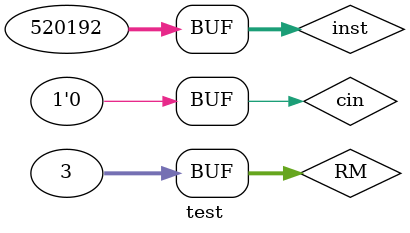
<source format=v>
module LetsGo;

////////// Instructions 
// E5 C1 20 E4 - 32'b1110_010_11100_0001_0010_000011100100; //estado 8 STRB R2,[R1,#+?] --> 11 in 241
// E0 86 40 E4 - 32'b1110_000_0100_0_0110_0100_00001110_0100; //estado 5 - ADD R4,R6,R4,ROR #?
// E2 8F 10 09 - 32'b<bits for instruction>; //estado 7 - ADD R1, R15, #0d9 //temp --> R1 = 13
// E2 8F 20 03 - 32'b<bits for instruction>; //estado 7 - ADD R2, R15, #d3 //temp --> R2 = 11
// E7 C6 40 04 - 32'b1110_011_11100_0110_0100_000000000100;// estado 16 STRB register offset ADD
// EA C6 40 E4 - 32'b1110_101_01100_0110_0100_000011100100; // estado 64 Branch instruction
//////////
// 32'b1110_001_0100_0_1111_0001_0000_00001001 //instruccion estado 7 ADD R1, R15, #0d9 E2801009
//32'b1110_001_0100_0_1111_0010_0000_00000011 // instruction estado 7 ADD R2, R15, #d3  E2802003

/////// BEGIN VARIABLES AND OBJECTS
reg Clk, reset;

parameter number15 = 4'b1111;
parameter noValue_4 = 4'b0000;
parameter noValue_1 = 1'b0;
parameter noValue_32 = 32'b0;

//wires de Control Unit
wire MF, FRld, RFld, IRld, MARld, MDRld, R_W, MOV, MD, ME;
wire [1:0] MA, MB, MC, sizeOP;
wire [4:0] OP4OP0;
wire [9:0] current_state;
wire [31:0] IRBus;
wire MOC, Cond;
// reg Cond, MOC; //registers to simulate the signals
// reg [1:0] OpCode;

//wires de Register File y ALU
wire [3:0] ALU_flags; // 3-Carry, 2-Zero, 1-Negative, 0-Vflow
wire [31:0] AluB;
wire [31:0] PA;
wire [31:0] PB;
wire [31:0] aluOut;
wire [3:0] A;
// wire [3:0] B = IRBus[3:0];
wire [3:0] C;
wire [4:0] OP; //muxD output
reg Cin; //wire Cin; --> for when we figure out Cin

//wires del Shifter Sign Extender
wire [31:0] saseOut;

//wire del Flag Register
wire [3:0] FROut;

//wires del RAM 
wire [31:0] Address;
wire [31:0] DataOut;
// wire [31:0] DataIn; --> got replaced with mdrOut


//MDR, MuxE, MuxF
wire [31:0] mdrOut;
wire [31:0] muxEOut;
wire [3:0] muxFOut;

integer fi, code, i; reg [7:0] data; reg [31:0] Adr, EfAdr; //variables to handle file info


ControlUnit CU(MF, FRld, RFld, IRld, MARld, MDRld, R_W, MOV, MA, MB, MC, sizeOP, MD, ME, OP4OP0, current_state, IRBus, Cond, MOC, reset, Clk);
RegisterFile RF(PA, PB, aluOut, A, muxFOut, C, Clk, RFld);
alu_32 ALU(aluOut, ALU_flags[3], ALU_flags[2], ALU_flags[1], ALU_flags[0], PA, AluB, OP[4:0], Cin);
ram512x8 RAM(DataOut, MOC, MOV, R_W, Address, mdrOut, sizeOP);
ConditionTester condition_tester(Cond, FROut[3], FROut[2], FROut[1], FROut[0], IRBus[31:28]); //use this one cuando vayas a usar FR
// ConditionTester condition_tester(Cond, ALU_flags[3], ALU_flags[2], ALU_flags[1], ALU_flags[0], IRBus[31:28]); 
shift_sign_extender SASExtender(saseOut, ALU_flags[3], IRBus, PB, FROut[3]);

Multiplexer4x2_4 MuxA(A,IRBus[19:16],IRBus[15:12],number15,noValue_4, MA);
Multiplexer4x2_32 MuxB(AluB, PB, saseOut, mdrOut, noValue_32, MB );
Multiplexer4x2_4 MuxC(C,IRBus[19:16],IRBus[15:12],number15,noValue_4, MC);
Multiplexer2x1_5 MuxD(OP,{1'b0, IRBus[24:21]}, OP4OP0, MD);
Multiplexer2x1_32 MuxE(muxEOut, DataOut, aluOut, ME);
Multiplexer2x1_4 MuxF(muxFOut,IRBus[3:0],IRBus[19:16], MF);

MAR Mar(Address, aluOut, MARld, Clk);
MDR Mdr(mdrOut, muxEOut, MDRld, Clk);
FlagRegister FR(FROut, ALU_flags, FRld, Clk); 
InstructionRegister IR(IRBus, DataOut, IRld, Clk);
/////// END

/////// BEGIN INITIALS

initial begin //initial to precharge memory with the file
    $display("----- Initiating Precharge -----");
    fi = $fopen("PF1_Vega_Rodriguez_Jorge_ramdata.txt","r");
    // Adr = 9'b000000000;
    Adr = 0;
    // OpCode = 2'b10;
    while (!$feof(fi)) begin
        code = $fscanf(fi, "%x", data);
        RAM.Mem[Adr] = data;
        Adr = Adr + 1;
    end
    $fclose(fi);
    $display("----- Finished Precharge ----- time:%0d", $time);
end

initial begin //initial to read content of memory after precharging
#1
    $display("----- Memory contents after precharging ----- time:%0d", $time);                       
    Adr = 7'b0000000;
    repeat (16) begin
        #1;
        $display("__RAM_Precharge: data in address %d = %x, time: %0d", Adr, RAM.Mem[Adr], $time);
        #1;
        Adr = Adr + 1;
        #1;
    end                                     
    $display("----- END PRECHARGE INFO ----- time:%0d", $time);                                               
end 

initial begin
#50 //so that clock starts when precharge tasks are done 
  Clk <= 1'b0;
  repeat(50) #5 Clk = ~Clk;
end

initial begin
#50 //so that reset starts when precharge tasks are done 
  reset = 1'b1;
#5 reset = ~reset;
end

initial begin //for signal simulations
Cin <= 0;
// Cond <= 1; //making it 0 so that it loops back to 1
// MOC <= 1; 
end

initial begin //BEGIN PRINT
#50 //delay to wait for precharge things
$display("\n~~~~~~~~Initiating ALURFCU simulation~~~~~~~~\n");
// $monitor("%h    %b  %b  %b  %b  %b  %b  %b  %b  %b  %b  %b  %b  %b  %b  %b  %b  %b",IR,aluOut,OP,current_state,FRld, RFld, IRld, MARld, MDRld, R_W, MOV, MD, ME, MA, MB, MC,Clk,reset, $time); 
    $monitor("IR:%x, Dout:%x, alu:%x, sizeOP:%b, State:%0d, RFld:%b, MA:%b, MB:%b, MC:%b, MD:%b, ME:%b, OP:%b, IRld:%b, MARld:%b, MDRld:%b, RW:%b, MOV:%b, MOC:%b, Cond:%b, Clk:%b, rst:%b, t:%0d", IRBus, DataOut, aluOut, sizeOP, current_state, RFld, MA, MB, MC, MD, ME, OP4OP0, IRld, MARld, MDRld, R_W, MOV, MOC, Cond, Clk, reset, $time);
end

initial begin //initial test instructions
#551
    Adr = 7'b0000000; //Address of instruction being tested 
    EfAdr = 13 + 228;
    $display("----- Memory contents after running: %h ----- time:%0d",{RAM.Mem[Adr], RAM.Mem[Adr+1], RAM.Mem[Adr+2], RAM.Mem[Adr+3]}, $time);                       

    repeat (4) begin //each address is a byte, so this tells amount of bytes to show 
        #1;
        $display("__RAM_After_Testing: data in address %0d = %x, time: %0d", EfAdr, RAM.Mem[EfAdr], $time);
        #1;
        EfAdr = EfAdr + 1;
        #1;
    end                                     
    $display("----- END TESTING REPORT ----- time:%0d", $time);                                               
end

/////// END INITIALS
endmodule

/////////////// BEGIN CONTROL UNIT
module ControlUnit(output reg MF, FRld, RFld, IRld, MARld, MDRld, R_W , MOV, output reg [1:0] MA, MB, MC, sizeOP, output reg MD, ME, output reg [4:0] OP4OP0, output reg [9:0] current_state, input [31:0] IR, input Cond, MOC, reset, clk);

wire [9:0] mux7Out;
wire mux1Out;
wire [9:0] AdderOut;
wire [9:0] EncoderOut;
wire [38:0] CRin;
wire [38:0] CRout;
wire invOut;
wire [9:0] incrementedState;
wire [1:0] M;
wire noValue = 0;
wire [9:0] val1 = 1;
wire [9:0] new_state, curr_state;

always @ (*) begin
    // Cin <= CRout[?];
    MF <= CRout[38];
    FRld <= CRout[37];
    RFld <= CRout[36];
    IRld <= CRout[35];
    MARld <= CRout[34];
    MDRld <= CRout[33];
    R_W <= CRout[32];
    MOV <= CRout[31];
    MA <= CRout[30:29];
    MB <= CRout[28:27];
    MC <= CRout[26:25];
    MD <= CRout[24];
    ME <= CRout[23];
    OP4OP0 <= CRout[22:18];
    sizeOP <= CRout[17:16];
    current_state <= curr_state;
end
// moore        size n2n1n0 inv  s1s0   CR
//             17:16  15:13  12  11:10  9-0
Multiplexer7_4x2 mux7_4x2 (mux7Out, EncoderOut, val1, CRout[9:0], incrementedState, M, reset); 
Adder adder (AdderOut, mux7Out);
Microstore microstore (CRin, new_state, reset, mux7Out);
ControlRegister control_register (CRout, curr_state, clk, CRin, new_state);
NextStateAddressSelector nsas (M, invOut, CRout[15:13]);
Inverter inv (invOut, mux1Out, CRout[12]);
IncrementerRegister incr_reg (incrementedState, AdderOut, clk);
Multiplexer1_4x2 mux1_4x2 (mux1Out, MOC, Cond, noValue, noValue, CRout[11:10]); //aqui MOC tiene que ir en 0 y Cond en 1//CRout?
Encoder encoder (EncoderOut, IR);

endmodule

module Inverter(output reg out, input in, inv);
    
    always @(in, inv)
        out = inv ? !in: in;
        
endmodule

// multiplexer4x2
module Multiplexer7_4x2(output reg [9:0] out, input [9:0] I0, I1, I2, I3, input [1:0] S, input reset);

    always @ (*) begin
        if(reset) 
        begin
            out <= 0;
            // $display("~~~ mux is outputting 0 because of reset ~~~");
        end
        else begin
        case(S)
            2'h0: out <= I0;
            2'h1: out <= I1;
            2'h2: out <= I2;
            2'h3: out <= I3;
        endcase
        // $display("__Mux7 - out:%d,  enc:%d, same:%d, cr:%d, inc:%d, S:%b,       t:%0d", out,I0,I1,I2,I3,S,$time); 
        end
    end
    
endmodule 

module Multiplexer1_4x2(output reg out, input I0, I1, I2, I3, input [1:0] S);
    always @ (*)
    begin
        case(S)
            2'h0: out <= I0;
            2'h1: out <= I1;
            2'h2: out <= I2;
            2'h3: out <= I3;
        endcase
        end
endmodule 

module NextStateAddressSelector(output reg [1:0] M, input Sts, input [2:0] N);
    always @ (Sts, N) begin
        case(N)
            3'o0: M <= 2'b00; //Encoder
            3'o1: M <= 2'b01; // Mux7output
            3'o2: M <= 2'b10; //Control Register
            3'o3: M <= 2'b11; // Incrementer
            3'o4: begin 
                    M[1] <= ~Sts;
                    M[0] <= 1'b0;
                  end
            3'o5: begin 
                    M[1] <= 1'b1;
                    M[0] <= ~Sts;
                  end
            3'o6: begin 
                    M[1] <= ~Sts;
                    M[0] <= ~Sts;
                  end
            3'o7: begin 
                    M[1] <= ~Sts;
                    M[0] <= Sts;
                  end
        endcase

        // $display("__NSAS - out:%b, Ns:%b, Sts:%b                                     t:%0d", M, N, Sts, $time); 
        end
endmodule

module IncrementerRegister(output reg [9:0] Q, input [9:0] D, input  Clk);
always @(posedge Clk)
    Q <= D;
endmodule

module Adder(output reg [9:0] out, input [9:0] in);
always @(in)
    out <= in + 1'b1;
// $display("__Adder input: %d, Adder output: %d", in, out); ---
endmodule

module Encoder(output reg [9:0] Out, input [31:0] Instruction);
always @(Instruction) begin
case(Instruction[27:25])
    3'b001: begin
            case(Instruction[24:21])
            //case de opcode de la instruccion
            4'b0100: Out = 10'b0000000111;
            endcase
            end
    3'b000: begin
            //case de opcode de la instruccion
            case(Instruction[24:21])
                4'b0100: begin 
                        if(Instruction[4] == 1'b0)
                                begin
                                case(Instruction[6:5]) 
                                    // logical shift left
                                2'b00:  Out = 10'b0000000101;
                                endcase
                                end
                        else if(Instruction[11:5]== 7'b0000000)
                             Out = 10'b0000000110;
                        end
            endcase
            
            end
    3'b010: begin
            case(Instruction[24:20])
                //strb immed
                5'b11100:   Out = 10'b0000001000;
                5'b10100:   Out = 10'b0000001100;
                5'b11110:   Out = 10'b0000011000;
                5'b10110:   Out = 10'b0000011101;
                5'b01100:   Out = 10'b0000101100;
                5'b00100:   Out = 10'b0000110001;
                //str immed
                5'b11000:   Out = 10'b0001000001;
                5'b10000:   Out = 10'b0001000101;
                5'b11010:   Out = 10'b0001010001;
                5'b10010:   Out = 10'b0001010110;
                5'b01000:   Out = 10'b0001100101;
                5'b00000:   Out = 10'b0001101010;
            endcase
            end
    3'b011: begin
            if(Instruction[11:4]== 8'b00000000)
                begin
                case(Instruction[24:20])
                    //strb register
                    5'b11100:   Out = 10'b0000010000;
                    5'b10100:   Out = 10'b0000010100; 
                    5'b11110:   Out = 10'b0000100010;
                    5'b10110:   Out = 10'b0000100010;
                    5'b01100:   Out = 10'b0000110110;
                    5'b00100:   Out = 10'b0000111011;
                    //str register
                    5'b11000:   Out = 10'b0001001001;
                    5'b10000:   Out = 10'b0001001101;
                    5'b11010:   Out = 10'b0001011011;
                    5'b10010:   Out = 10'b0001100000;
                    5'b01000:   Out = 10'b0001101111;
                    5'b00000:   Out = 10'b0001110100;
                endcase
                end
            end
    3'b101: Out = 10'b0001000000;

    default:    Out = 10'b0000000001;
endcase
end
endmodule

module Microstore (output reg [38:0] out, output reg [9:0] current_state, input reset, input [9:0] next_state);
    //n2n1n0 inv s1s0 moore cr(6)
        parameter[0:39 * 345 - 1] CR_states = { //cambiar aqui 65 por el numero de estados que hay 
        39'b001000000011101001101000110000000000000, //0
        39'b000010001000001010000000110000000000000, //1
        39'b001000111000101010001100110000000000000, //2
        39'b000100110000000000000001011000000000011, //3
        39'b000000000000000000000001000010000000001, //4
        39'b001000000001000000000000100000000000001, //5
        39'b001000000000000000000000100000000000001, //6
        39'b001000000001010000100100100000000000001, //7
        39'b000010000001001000100000110000000000000, //8
        39'b000001000100001110000000110000000000000, //9
        39'b000000010000000000000000110000000000000, //10
        39'b000000010000000000000001110000000001011, //11
        39'b000010000001001000010000110000000000000, //12
        39'b000001000100001110000000110000000000000, //13
        39'b000000010000000000000000110000000000000, //14
        39'b000000010000000000000001110000000001011, //15
        39'b000010000000001000100000110000000000000, //16
        39'b000001010100001110000000110000000000000, //17
        39'b000000010000000000000000110000000000000, //18
        39'b000000010000000000000001110000000010011, //19
        39'b000010000000001000010000110000000000000, //20
        39'b000001010100001110000000110000000000000, //21
        39'b000000010000000000000000110000000000000, //22
        39'b000000010000000000000001110000000010111, //23
        39'b001000000001001000100000110000000000000, //24
        39'b000010000000001010000000110000000000000, //25
        39'b000001000100001110000000110000000000000, //26
        39'b000000010000000000000000110000000000000, //27
        39'b000000010000000000000001110000000011100, //28
        39'b001000000001001000010000110000000000000, //29
        39'b000010000000001010000000110000000000000, //30
        39'b000001000100001110000000110000000000000, //31
        39'b000000010000000000000000110000000000000, //32
        39'b000000010000000000000001110000000100001, //33
        39'b001000000000001000100000110000000000000, //34
        39'b000010000000001010000000110000000000000, //35
        39'b000001000100001110000000110000000000000, //36
        39'b000000010000000000000000110000000000000, //37
        39'b000000010000000000000001110000000100110, //38
        39'b001000000000001000010000110000000000000, //39
        39'b000010000000001010000000110000000000000, //40
        39'b000001000100001110000000110000000000000, //41
        39'b000000010000000000000000110000000000000, //42
        39'b000000010000000000000001110000000101011, //43
        39'b000010000000001010000000110000000000000, //44
        39'b001000000001001000100000110000000000000, //45
        39'b000001000100001110000000110000000000000, //46
        39'b000000010000000000000000110000000000000, //47
        39'b000000010000000000000001110000000110000, //48
        39'b000010000000001010000000110000000000000, //49
        39'b001000000001001000010000110000000000000, //50
        39'b000001000100001110000000110000000000000, //51
        39'b000000010000000000000000110000000000000, //52
        39'b000000010000000000000001110000000110101, //53
        39'b000010000000001010000000110000000000000, //54
        39'b001000000000001000100000110000000000000, //55
        39'b000001000100001110000000110000000000000, //56
        39'b000000010000000000000000110000000000000, //57
        39'b000000010000000000000001110000000111010, //58
        39'b000010000000001010000000110000000000000, //59
        39'b001000000000001000010000110000000000000, //60
        39'b000001000100001110000000110000000000000, //61
        39'b000000010000000000000000110000000000000, //62
        39'b000000010000000000000001110000000111111, //63
        39'b001000001001101010010000100000000000001, //64
        39'b000010000001001000100100110000000000000, //65
        39'b000001010100001110000100110000000000000, //66
        39'b000000010000000000000100110000000000000, //67
        39'b000000010000000000000101110000001000100, //68
        39'b000010000001001000010100110000000000000, //69
        39'b000001010100001110000100110000000000000, //70
        39'b000000010000000000000100110000000000000, //71
        39'b000000010000000000000101110000001001000, //72
        39'b000010000000001000100100110000000000000, //73
        39'b000001010100001110000100110000000000000, //74
        39'b000000010000000000000100110000000000000, //75
        39'b000000010000000000000101110000001001100, //76
        39'b000010000000001000010100110000000000000, //77
        39'b000001010100001110000100110000000000000, //78
        39'b000000010000000000000100110000000000000, //79
        39'b000000010000000000000101110000001010000, //80
        39'b001000000001001000100100110000000000000, //81
        39'b000010000000001010000100110000000000000, //82
        39'b000001000100001110000100110000000000000, //83
        39'b000000010000000000000100110000000000000, //84
        39'b000000010000000000000101110000001010101, //85
        39'b001000000001001000010100110000000000000, //86
        39'b000010000000001010000100110000000000000, //87
        39'b000001000100001110000100110000000000000, //88
        39'b000000010000000000000100110000000000000, //89
        39'b000000010000000000000101110000001011010, //90
        39'b001000000000001000100100110000000000000, //91
        39'b000010000000001010000100110000000000000, //92
        39'b000001000100001110000100110000000000000, //93
        39'b000000010000000000000100110000000000000, //94
        39'b000000010000000000000101110000001011111, //95
        39'b001000000000001000010100110000000000000, //96
        39'b000010000000001010000100110000000000000, //97
        39'b000001000100001110000100110000000000000, //98
        39'b000000010000000000000100110000000000000, //99
        39'b000000010000000000000101110000001100100, //100
        39'b000010000000001010000100110000000000000, //101
        39'b001000000001001000100100110000000000000, //102
        39'b000001000100001110000100110000000000000, //103
        39'b000000010000000000000100110000000000000, //104
        39'b000000010000000000000101110000001101001, //105
        39'b000010000000001010000100110000000000000, //106
        39'b001000000001001000010100110000000000000, //107
        39'b000001000100001110000100110000000000000, //108
        39'b000000010000000000000100110000000000000, //109
        39'b000000010000000000000101110000001101110, //110
        39'b000010000000001010000100110000000000000, //111
        39'b001000000000001000100100110000000000000, //112
        39'b000001000100001110000100110000000000000, //113
        39'b000000010000000000000100110000000000000, //114
        39'b000000010000000000000101110000001110011, //115
        39'b000010000000001010000100110000000000000, //116
        39'b001000000000001000010100110000000000000, //117
        39'b000001000100001110000100110000000000000, //118
        39'b000000010000000000000100110000000000000, //119
        39'b000000010000000000000101110000001111000, //120
        39'b000010000001001000100010110000000000000, //121
        39'b000001010100001110000010110000000000000, //122
        39'b000000010000000000000010110000000000000, //123
        39'b000000010000000000000011110000001111100, //124
        39'b000010000001001000010010110000000000000, //125
        39'b000001010100001110000010110000000000000, //126
        39'b000000010000000000000010110000000000000, //127
        39'b000000010000000000000011110000010000000, //128
        39'b000010000000001000100010110000000000000, //129
        39'b000001010100001110000010110000000000000, //130
        39'b000000010000000000000010110000000000000, //131
        39'b000000010000000000000011110000010000100, //132
        39'b000010000000001000010010110000000000000, //133
        39'b000001010100001110000010110000000000000, //134
        39'b000000010000000000000010110000000000000, //135
        39'b000000010000000000000011110000010001000, //136
        39'b001000000001001000100010110000000000000, //137
        39'b000010000000001010000010110000000000000, //138
        39'b000001000100001110000010110000000000000, //139
        39'b000000010000000000000010110000000000000, //140
        39'b000000010000000000000011110000010001101, //141
        39'b001000000001001000010010110000000000000, //142
        39'b000010000000001010000010110000000000000, //143
        39'b000001000100001110000010110000000000000, //144
        39'b000000010000000000000010110000000000000, //145
        39'b000000010000000000000011110000010010010, //146
        39'b001000000000001000100010110000000000000, //147
        39'b000010000000001010000010110000000000000, //148
        39'b000001000100001110000010110000000000000, //149
        39'b000000010000000000000010110000000000000, //150
        39'b000000010000000000000011110000010010111, //151
        39'b001000000000001000010010110000000000000, //152
        39'b000010000000001010000010110000000000000, //153
        39'b000001000100001110000010110000000000000, //154
        39'b000000010000000000000010110000000000000, //155
        39'b000000010000000000000011110000010011100, //156
        39'b000010000000001010000010110000000000000, //157
        39'b001000000001001000100010110000000000000, //158
        39'b000001000100001110000010110000000000000, //159
        39'b000000010000000000000010110000000000000, //160
        39'b000000010000000000000011110000010100001, //161
        39'b000010000000001010000010110000000000000, //162
        39'b001000000001001000010010110000000000000, //163
        39'b000001000100001110000010110000000000000, //164
        39'b000000010000000000000010110000000000000, //165
        39'b000000010000000000000011110000010100110, //166
        39'b000010000000001010000010110000000000000, //167
        39'b001000000000001000100010110000000000000, //168
        39'b000001000100001110000010110000000000000, //169
        39'b000000010000000000000010110000000000000, //170
        39'b000000010000000000000011110000010101011, //171
        39'b000010000000001010000010110000000000000, //172
        39'b001000000000001000010010110000000000000, //173
        39'b000001000100001110000010110000000000000, //174
        39'b000000010000000000000010110000000000000, //175
        39'b000000010000000000000011110000010110000, //176
        39'b000010000001001000100000110000000000000, //177
        39'b000000110000000000000000110000000000000, //178
        39'b000001110000000000000001011000010110011, //179
        39'b001000000010011001101000010000000000000, //180
        39'b000010000001001000010000110000000000000, //181
        39'b000000110000000000000000110000000000000, //182
        39'b000001110000000000000001011000010110111, //183
        39'b001000000010011001101000010000000000000, //184
        39'b000010000000001000100000110000000000000, //185
        39'b000000110000000000000000110000000000000, //186
        39'b000001110000000000000001011000010111011, //187
        39'b001000000010011001101000010000000000000, //188
        39'b000010000000001000010000110000000000000, //189
        39'b000000110000000000000000110000000000000, //190
        39'b000001110000000000000001011000010111111, //191
        39'b001000000010011001101000010000000000000, //192
        39'b001000000001001000100000110000000000000, //193
        39'b000010000000001010000000110000000000000, //194
        39'b000000110000000000000000110000000000000, //195
        39'b000001110000000000000001011000011000100, //196
        39'b001000000010011001101000010000000000000, //197
        39'b001000000001001000010000110000000000000, //198
        39'b000010000000001010000000110000000000000, //199
        39'b000000110000000000000000110000000000000, //200
        39'b000001110000000000000001011000011001001, //201
        39'b001000000010011001101000010000000000000, //202
        39'b001000000000001000100000110000000000000, //203
        39'b000010000000001010000000110000000000000, //204
        39'b000000110000000000000000110000000000000, //205
        39'b000001110000000000000001011000011001110, //206
        39'b001000000010011001101000010000000000000, //207
        39'b001000000000001000010000110000000000000, //208
        39'b000010000000001010000000110000000000000, //209
        39'b000000110000000000000000110000000000000, //210
        39'b000001110000000000000001011000011010011, //211
        39'b001000000010011001101000010000000000000, //212
        39'b000010000000001010000000110000000000000, //213
        39'b001000000001001000100000110000000000000, //214
        39'b000000110000000000000000110000000000000, //215
        39'b000001110000000000000001011000011011000, //216
        39'b001000000010011001101000010000000000000, //217
        39'b000010000000001010000000110000000000000, //218
        39'b001000000001001000010000110000000000000, //219
        39'b000000110000000000000000110000000000000, //220
        39'b000001110000000000000001011000011011101, //221
        39'b001000000010011001101000010000000000000, //222
        39'b000010000000001010000000110000000000000, //223
        39'b001000000000001000100000110000000000000, //224
        39'b000000110000000000000000110000000000000, //225
        39'b000001110000000000000001011000011100010, //226
        39'b001000000010011001101000010000000000000, //227
        39'b000010000000001010000000110000000000000, //228
        39'b001000000000001000010000110000000000000, //229
        39'b000000110000000000000000110000000000000, //230
        39'b000001110000000000000001011000011100111, //231
        39'b001000000010011001101000010000000000000, //232
        39'b000010000001001000100000110000000000000, //233
        39'b000000110000000000000000110000000000000, //234
        39'b000001110000000000000001011000011101011, //235
        39'b001000000010011001101000010000000000000, //236
        39'b000010000001001000010000110000000000000, //237
        39'b000000110000000000000010110000000000000, //238
        39'b000001110000000000000001011000011101111, //239
        39'b001000000010011001101000010000000000000, //240
        39'b000010000000001000100000110000000000000, //241
        39'b000000110000000000000010110000000000000, //242
        39'b000001110000000000000001011000011110011, //243
        39'b001000000010011001101000010000000000000, //244
        39'b000010000000001000010000110000000000000, //245
        39'b000000110000000000000000110000000000000, //246
        39'b000001110000000000000001011000011110111, //247
        39'b001000000010011001101000010000000000000, //248
        39'b001000000001001000100000110000000000000, //249
        39'b000010000000001010000000110000000000000, //250
        39'b000000110000000000000000110000000000000, //251
        39'b000001110000000000000001011000011111100, //252
        39'b001000000010011001101000010000000000000, //253
        39'b001000000001001000010000110000000000000, //254
        39'b000010000000001010000000110000000000000, //255
        39'b000000110000000000000000110000000000000, //256
        39'b000001110000000000000001011000100000001, //257
        39'b001000000010011001101000010000000000000, //258
        39'b001000000000001000100000110000000000000, //259
        39'b000010000000001010000000110000000000000, //260
        39'b000000110000000000000000110000000000000, //261
        39'b000001110000000000000001011000100000110, //262
        39'b001000000010011001101000010000000000000, //263
        39'b001000000000001000010000110000000000000, //264
        39'b000010000000001010000000110000000000000, //265
        39'b000000110000000000000000110000000000000, //266
        39'b000001110000000000000001011000100001011, //267
        39'b001000000010011001101000010000000000000, //268
        39'b000010000000001010000000110000000000000, //269
        39'b001000000001001000100000110000000000000, //270
        39'b000000110000000000000000110000000000000, //271
        39'b000001110000000000000001011000100010000, //272
        39'b001000000010011001101000010000000000000, //273
        39'b000010000000001010000000110000000000000, //274
        39'b001000000001001000010000110000000000000, //275
        39'b000000110000000000000000110000000000000, //276
        39'b000001110000000000000001011000100010101, //277
        39'b001000000010011001101000010000000000000, //278
        39'b000010000000001010000000110000000000000, //279
        39'b001000000000001000100000110000000000000, //280
        39'b000000110000000000000000110000000000000, //281
        39'b000001110000000000000001011000100011010, //282
        39'b001000000010011001101000010000000000000, //283
        39'b000010000000001010000000110000000000000, //284
        39'b001000000000001000010000110000000000000, //285
        39'b000000110000000000000000110000000000000, //286
        39'b000001110000000000000001011000100011111, //287
        39'b001000000010011001101000010000000000000, //288
        39'b000010000001001000100000110000000000000, //289
        39'b000000110000000000000000110000000000000, //290
        39'b000001110000000000000001011000100100011, //291
        39'b001000000010011001101000010000000000000, //292
        39'b000010000001001000010000110000000000000, //293
        39'b000000110000000000000000110000000000000, //294
        39'b000001110000000000000001011000100100111, //295
        39'b001000000010011001101000010000000000000, //296
        39'b000010000000001000100000110000000000000, //297
        39'b000000110000000000000000110000000000000, //298
        39'b000001110000000000000001011000100101011, //299
        39'b001000000010011001101000010000000000000, //300
        39'b000010000000001000010000110000000000000, //301
        39'b000000110000000000000000110000000000000, //302
        39'b000001110000000000000001011000100101111, //303
        39'b001000000010011001101000010000000000000, //304
        39'b001000000001001000100000110000000000000, //305
        39'b000010000000001010000000110000000000000, //306
        39'b000000110000000000000000110000000000000, //307
        39'b000001110000000000000001011000100110100, //308
        39'b001000000010011001101000010000000000000, //309
        39'b001000000001001000010000110000000000000, //310
        39'b000010000000001010000000110000000000000, //311
        39'b000000110000000000000000110000000000000, //312
        39'b000001110000000000000001011000100111001, //313
        39'b001000000010011001101000010000000000000, //314
        39'b001000000000001000100000110000000000000, //315
        39'b000010000000001010000000110000000000000, //316
        39'b000000110000000000000000110000000000000, //317
        39'b000001110000000000000001011000100111110, //318
        39'b001000000010011001101000010000000000000, //319
        39'b001000000000001000010000110000000000000, //320
        39'b000010000000001010000000110000000000000, //321
        39'b000000110000000000000000110000000000000, //322
        39'b000001110000000000000001011000101000011, //323
        39'b001000000010011001101000010000000000000, //324
        39'b000010000000001010000000110000000000000, //325
        39'b001000000001001000100000110000000000000, //326
        39'b000000110000000000000000110000000000000, //327
        39'b000001110000000000000001011000101001000, //328
        39'b001000000010011001101000010000000000000, //329
        39'b000010000000001010000000110000000000000, //330
        39'b001000000001001000010000110000000000000, //331
        39'b000000110000000000000000110000000000000, //332
        39'b000001110000000000000001011000101001101, //333
        39'b001000000010011001101000010000000000000, //334
        39'b000010000000001010000000110000000000000, //335
        39'b001000000000001000100000110000000000000, //336
        39'b000000110000000000000000110000000000000, //337
        39'b000001110000000000000001011000101010010, //338
        39'b001000000010011001101000010000000000000, //339
        39'b000010000000001010000000110000000000000, //340
        39'b001000000000001000010000110000000000000, //341
        39'b000000110000000000000000110000000000000, //342
        39'b000001110000000000000001011000101010111, //343
        39'b001000000010011001101000010000000000000 //344

       };

always @(next_state, reset)
begin
    if (reset) begin
        out           <= CR_states[0+:39];
        current_state <= 10'd0;
    end
    else begin
        out           <= CR_states[39*next_state+:39];
        current_state <= next_state;
    end
end
endmodule

module ControlRegister(output reg [38:0] Qs, output reg [9:0] current_state, input Clk, input [38:0] Ds, input [9:0] next_state); 
  always @ (posedge Clk) begin
   Qs <= Ds;
   current_state <= next_state; 
end
endmodule
///////////////// END CONTROL UNIT

///////////////// BEGIN ALU
module alu_32 (output reg [31:0] Out, output reg Carry,Zero,Neg,Vflow, input [31:0] A,B, input [4:0] Sel,input Cin);

always @(*) begin
 $display("__ALU: A:%b, B:%b, Sel:%b, aluOut:%b, t:%0d", A, B, Sel, Out, $time);
    // Out = 32'b0;
    // Carry = 1'b0;
    // Zero = 1'b0;
    // Neg = 1'b0;
    // Vflow = 1'b0;
    
    case(Sel)
    //Arithmetic Operations
    5'b00000: Out = A & B;
    5'b00001: Out = A ^ B;
    5'b00010: Out = A - B;
    5'b00011: Out = B - A;
    5'b00100:  {Carry,Out} = A + B; //suma    
    5'b00101:  {Carry,Out} = A + B + Cin; //suma con carry
    5'b00110:   Out = A - B - (!Cin);
    5'b00111:   Out = B - A - (!Cin);
   
   //Update Flags
    5'b01000:  Out = A & B; //bitwise and   
    5'b01001:  Out = A ^ B; // xor
    5'b01010:  Out = A - B;  //resta
    5'b01011:  {Carry,Out} = A + B;
    5'b01100:   Out = A | B;
    5'b01101:   Out = B;
    5'b01110:   Out = A & (!B);
    5'b01111:   Out = !B;
    5'b10000:   Out = A;
    5'b10001:   Out = A + 4;
    5'b10010: Out = A + B + 4;
    5'b10011:  Out = A >>1; // right shift
    5'b10100:  Out = A <<1; // left shift
    endcase
    
     Zero = (~|Out ); //bitwise or
     Neg = (Out[31] == 1);
     Vflow = ((~Out[31]&A[31]&B[31]) || (Out[31] & ~A[31] & ~B[31])); 
    end
    

endmodule
///////////////// END ALU

///////////////// BEGIN REGISTER FILE
module RegisterFile(output wire [31:0] PA, PB, input [31:0] PC, input [3:0] A, B, C, input clk, rfLd);

wire [15:0] BDselect;

wire [31:0] I0, I1, I2, I3, I4, I5, I6, I7, I8, I9, I10, I11, I12, I13, I14, I15;

always@(I15, rfLd) begin
    $display("__R15: %b, Clock:%b, t:%0d\n__R1: %b, Clock:%b, t:%0d\n__R2: %b, Clock:%b, t:%0d", I15, clk, $time, I1, clk, $time, I2, clk, $time);
end

binaryDecoder16bit decoder (BDselect, C, rfLd);

register32bit r0 (I0, PC, clk, BDselect[0]);
register32bit r1 (I1, PC, clk, BDselect[1]);
register32bit r2 (I2, PC, clk, BDselect[2]);
register32bit r3 (I3, PC, clk, BDselect[3]);
register32bit r4 (I4, PC, clk, BDselect[4]);
register32bit r5 (I5, PC, clk, BDselect[5]);
register32bit r6 (I6, PC, clk, BDselect[6]);
register32bit r7 (I7, PC, clk, BDselect[7]);
register32bit r8 (I8, PC, clk, BDselect[8]);
register32bit r9 (I9, PC, clk, BDselect[9]);
register32bit r10 (I10, PC, clk, BDselect[10]);
register32bit r11 (I11, PC, clk, BDselect[11]);
register32bit r12 (I12, PC, clk, BDselect[12]);
register32bit r13 (I13, PC, clk, BDselect[13]);
register32bit r14 (I14, PC, clk, BDselect[14]);
register32bit r15 (I15, PC, clk, BDselect[15]); // Program Counter


Multiplexer16x4 muxA (PA, I0, I1, I2, I3, I4, I5, I6, I7, I8, I9, I10, I11, I12, I13, I14, I15, A);

Multiplexer16x4 muxB (PB, I0, I1, I2, I3, I4, I5, I6, I7, I8, I9, I10, I11, I12, I13, I14, I15, B);

endmodule


// multiplexer16x4
module Multiplexer16x4(output reg [31:0] Q, input [31:0] I0, I1, I2, I3, I4, I5, I6, I7, I8, I9, I10, I11, I12, I13, I14, I15, input [3:0] S);
    
    always @ (*)
    begin
        case(S)
            4'h0: Q <= I0;
            4'h1: Q <= I1;
            4'h2: Q <= I2;
            4'h3: Q <= I3;
            4'h4: Q <= I4;
            4'h5: Q <= I5;
            4'h6: Q <= I6;
            4'h7: Q <= I7;
            4'h8: Q <= I8;
            4'h9: Q <= I9;
            4'ha: Q <= I10;
            4'hb: Q <= I11;
            4'hc: Q <= I12;
            4'hd: Q <= I13;
            4'he: Q <= I14;
            4'hf: Q <= I15;
        endcase
        end
    
endmodule 

module binaryDecoder16bit(output wire [15:0]E, input wire [3:0] d, input Ld);
    
    wire nd3, nd2, nd1, nd0;
    
    not(nd3, d[3]);
    not(nd2, d[2]);
    not(nd1, d[1]);
    not(nd0, d[0]);
                                                //Output wires
    and(E[0], nd3, nd2, nd1, nd0, Ld);          // wire 0
    and(E[1], nd3, nd2, nd1, d[0], Ld);         // wire 1
    and(E[2], nd3, nd2, d[1], nd0, Ld);         // wire 2
    and(E[3], nd3, nd2, d[1], d[0], Ld);        // wire 3
    and(E[4], nd3, d[2], nd1, nd0, Ld);         // wire 4
    and(E[5], nd3, d[2], nd1, d[0], Ld);        // wire 5
    and(E[6], nd3, d[2], d[1], nd0, Ld);        // wire 6
    and(E[7], nd3, d[2], d[1], d[0], Ld);       // wire 7
    and(E[8], d[3], nd2, nd1, nd0, Ld);         // wire 8
    and(E[9], d[3], nd2, nd1, d[0], Ld);        // wire 9
    and(E[10], d[3], nd2, d[1], nd0, Ld);       // wire 10
    and(E[11], d[3], nd2, d[1], d[0], Ld);      // wire 11
    and(E[12], d[3], d[2], nd1, nd0, Ld);       // wire 12
    and(E[13], d[3], d[2], nd1, d[0], Ld);      // wire 13
    and(E[14], d[3], d[2], d[1], nd0, Ld);      // wire 14
    and(E[15], d[3], d[2], d[1], d[0], Ld);     // wire 15
        
endmodule


module register32bit(output reg [31:0] Q, input [31:0] D, input clk, ld);
// initial Q <= 32'd0;
// initial begin
// Q <= 32'b00000000000000000000000000000101;
// end
  always @ (posedge clk)
  if(ld) Q <= D;
endmodule
///////////////// END REGISTER FILE

///////////////// BEGIN MUXES
//this one's used for MuxB --v
module Multiplexer4x2_32(output reg [31:0] Q, input [31:0] I0, I1, I2, I3, input [1:0] S);
    
    always @ (*)
    begin
        case(S)
            4'h0: Q <= I0;
            4'h1: Q <= I1;
            4'h2: Q <= I2;
            4'h3: Q <= I3;
        endcase
        end
    
endmodule 

//this one's used for MuxA and MuxC
module Multiplexer4x2_4(output reg [3:0] Q, input [3:0] I0, I1, I2, I3, input [1:0] S);
    
    always @ (*)
    begin
        case(S)
            4'h0: Q <= I0;
            4'h1: Q <= I1;
            4'h2: Q <= I2;
            4'h3: Q <= I3;
        endcase
        end
    
endmodule

//this one's used for MuxD
module Multiplexer2x1_5(output reg [4:0] Q, input [4:0] I0, I1, input S);
    
    always @ (*)
    begin
        case(S)
            1'b0: Q <= I0;
            1'b1: Q <= I1;
        endcase
        end
    
endmodule

//this one is for MuxF
module Multiplexer2x1_4(output reg [3:0] Q, input [3:0] I0, I1, input S);
    
    always @ (*)
    begin
        case(S)
            1'b0: Q <= I0;
            1'b1: Q <= I1;
        endcase
        end
    
endmodule

module Multiplexer2x1_32(output reg [31:0] Q, input [31:0] I0, I1, input S);
    
    always @ (*)
    begin
        case(S)
            1'b0: Q <= I0;
            1'b1: Q <= I1;
        endcase
        $display("__MuxE: out:%b, in0:%b, in1:%b", Q, I0, I1);
        end
    
endmodule
///////////////// END MUXES

///////////////// BEGIN REGISTERS
module MAR(output reg [31:0] Q, input [31:0] D, input LE, Clk);
always @(posedge Clk) begin
    if(LE) begin 
        Q <= D;
    end
    $display("__MAR: marOut:%b, t:%0d", Q, $time);
end
endmodule

module MDR(output reg [31:0] Q, input [31:0] D, input LE, Clk);
always @(posedge Clk) begin
    if(LE) begin 
        Q <= D;
    end
    $display("__MDR: mdrOut:%b, t:%0d", Q, $time);
end
endmodule

module FlagRegister(output reg [3:0] Q, input [3:0] D, input LE, Clk);
always @(posedge Clk) begin
    if(LE) begin 
        Q <= D;
    end
    $display("__FR: FROut:%b, t:%0d", Q, $time);
end
endmodule

module InstructionRegister(output reg [31:0] Q, input [31:0] D, input LE, Clk);
always @(posedge Clk)
    if(LE) Q <= D;
endmodule
///////////////// END REGISTERS

///////////////// BEGIN RAM
module ram512x8(output reg [31:0] DataOut, output reg MOC, input Enable, input ReadWrite, input [31:0] Address, input [31:0] DataIn, input [1:0] OpCode);

  reg [7:0] Mem[0:511]; //512 localizaciones de 8 bits
  always @ (Enable, ReadWrite) begin
    MOC <= 0; //MOC <= 0;
    $display("__RAM: entered the always, MOC:%b, MOV:%b, RW:%b, Adr:%b, DataIn:%b, t:0%d", MOC, Enable, ReadWrite, Address, DataIn, $time);
    if (Enable) begin
        case (OpCode) 
            2'b00: begin //opcode for byte operations 
                if(ReadWrite) begin //read
                    DataOut[7:0] = Mem[Address];
                    DataOut[31:8] = 24'h000000;
                    MOC <= 1; 
                    $display("__RAM: read a byte, DataOut:%b", DataOut);
                end else begin  //write
                    Mem[Address] <= DataIn[7:0];
                    MOC <= 1;
                    $display("__RAM: wrote a byte Adr:%0d, Mem[%0d]:%b", Address, Address, Mem[Address]);
                end
            end
            2'b01: begin //opcode for halfword operations
                if(ReadWrite) begin //read
                    DataOut[31:16] <= 16'h0000;
                    DataOut[15:8] <= Mem[Address];
                    DataOut[7:0] <= Mem[Address + 1];
                    MOC <= 1;
                end else begin  //write
                    Mem[Address] <= DataIn[15:8];
                    Mem[Address+1] <= DataIn[7:0];
                    MOC <= 1;
                end
            end
            2'b10: begin //opcode for word operations
                if(ReadWrite) begin //read
                    DataOut[31:24] <= Mem[Address];
                    DataOut[23:16] <= Mem[Address+1];
                    DataOut[15:8] <= Mem[Address+2];
                    DataOut[7:0] <= Mem[Address+3];
                    MOC <= 1;
                end
                else begin //write
                    Mem[Address] <= DataIn[31:24];
                    Mem[Address+1] <= DataIn[23:16];
                    Mem[Address+2] <= DataIn[15:8];
                    Mem[Address+3] <= DataIn[7:0];
                    MOC <= 1;
                end
            end
            default: begin //default to doubleword if its none of the others
                if(ReadWrite) begin //read
                    DataOut[31:24] <= Mem[Address];
                    DataOut[23:16] <= Mem[Address+1];
                    DataOut[15:8] <= Mem[Address+2];
                    DataOut[7:0] <= Mem[Address+3];
                    // #2
                    // DataOut[31:24] <= Mem[Address+4];
                    // DataOut[23:16] <= Mem[Address+5];
                    // DataOut[15:8] <= Mem[Address+6];
                    // DataOut[7:0] <= Mem[Address+7];
                    MOC <= 1;
                end
                else begin //write 
                    Mem[Address] <= DataIn[31:24];
                    Mem[Address+1] <= DataIn[23:16];
                    Mem[Address+2] <= DataIn[15:8];
                    Mem[Address+3] <= DataIn[7:0];
                    // #2
                    // Mem[Address+4] <= DataIn[31:24];
                    // Mem[Address+5] <= DataIn[23:16];
                    // Mem[Address+6] <= DataIn[15:8];
                    // Mem[Address+7] <= DataIn[7:0];
                    MOC <= 1;
                end
            end
        endcase 
    end
end
endmodule
////////////// END RAM

////////////// BEGIN CONDITION TESTER
module ConditionTester (output reg Cond, input C, Z, N, V, input [3:0] CC);
always @ (*) begin
case(CC)
    4'h0: begin
        Cond <= Z; //EQ Equal
    end
    4'h1: begin
        Cond <= ~Z; //NE Not equal
    end
    4'h2: begin
        Cond <= C; //CS/HS Unsigned higher or same
    end
    4'h3: begin
        Cond <= ~C; //CC/LO Unsigned lower
    end
    4'h4: begin
        Cond <= N; //MI Mius
    end
    4'h5: begin
        Cond <= ~N; //PL Positive or Zero
    end
    4'h6: begin
        Cond <= V; //VS Overflow
    end
    4'h7: begin
        Cond <= ~V; //VC No overflow
    end
    4'h8: begin
        Cond <= C & ~Z; //HI Unsigned higher //test this, might be &&?
    end
    4'h9: begin
        Cond <= ~C | Z; //LS Unsigned lower or same
    end
    4'hA: begin
        Cond <= ~(N ^ V); //GE Greater or equal
    end
    4'hB: begin
        Cond <= N ^ V; //LT Less than
    end
    4'hC: begin
        Cond <= ~Z & (~(N ^ V)); //GT Greater than
    end
    4'hD: begin
        Cond <= Z | (~(N ^ ~V)); //LE Less than or eual
    end
    4'hE: begin
        Cond <= 1'b1; //AL Always
    end
endcase

$display("__CT: Cond:%b, Z:%b, C:%b, N:%b, V:%b, CC:%b", Cond, Z, C, N, V, CC);

end
endmodule
////////////// END CONDITION TESTER

////////////// BEGIN SHIFTER SIGN EXTENDER

module shift_sign_extender(output reg [31:0] extender_out, output reg carry, input [31:0] instruction, B, input Cin);

reg [7:0] temp;

always @(*) 
begin
    //immediate shifter operand
    case (instruction[27:25])
    3'b001: 
        begin
            if(instruction[11:8]==4'b0000)
                begin
                extender_out = instruction[7:0];
                carry = Cin;
                end
            else
                begin
                    temp = instruction[7:0];
                    extender_out = {temp,temp} >>(2*{instruction[11:8]});
                    carry = extender_out[31];
                end
        end 
    //shift by immediate shifter opperand
    3'b000: 
    begin
        if(instruction[4]==0)
        begin
            if(instruction[6:5]==2'b00)
            begin
                if(instruction[11:7] == 5'b00000)
                begin
                    extender_out = B;
                    carry = Cin;
                end
                else
                    begin
                        extender_out = B << instruction[11:7];
                        carry = B[32-instruction[11:7]];
                    end
            end 

            else if(instruction[6:5]==2'b01)
                begin
                    if(instruction[11:7]==5'b00000)
                        begin
                            extender_out = 32'b0;
                            carry = B[31];
                        end
                    else
                        begin
                            extender_out = B >> instruction[11:7];
                            carry = B[instruction[11:7]-1];
                        end
                end
            else if(instruction[6:5]==2'b10)
                begin
                    if(instruction[11:7]==5'b00000) begin
                        if(B[31]==0)
                            begin
                                extender_out = 32'b0;
                                carry = B[31];
                            end
                        else
                            begin
                                extender_out = 32'hFFFFFFFF;
                                carry = B[31];
                            end
                    end
                    else        
                        begin
                        extender_out = $signed(B) >>> instruction[11:7];
                        carry = B[instruction[11:7]-1];
                        end
                end
            else if(instruction[6:5]== 2'b11)
                    begin
                         extender_out = {B, B} >> instruction[11:7];
                         carry = B[instruction[11:7]-1];
                    end
        end
        else if(instruction[4]==1'b1 && instruction[7]==1'b1 && instruction[22:21]==2'b10 && instruction[24]== 1'b1)       
                extender_out = (instruction[11:8]<<4) | instruction[3:0]; 

        else if(instruction[4]==1'b1 && instruction[7]==1'b1 && instruction[22:21]==2'b00 && instruction[24]== 1'b1)
                extender_out = B;

        else if(instruction[4]==1'b1 && instruction[7]==1'b1 && instruction[22:21]==2'b11 && instruction[24]== 1'b1)
               extender_out =  (instruction[11:8]<<4) | instruction[3:0];

        else if(instruction[4]==1'b1 && instruction[7]==1'b1 && instruction[22:21]==2'b01 && instruction[24]== 1'b1)
                extender_out = B;

        else if(instruction[4]==1'b1 && instruction[7]==1'b1 && instruction[22:21]==2'b10 && instruction[24]== 1'b0)   
                extender_out = (instruction[11:8]<<4) | instruction[3:0];

        else if(instruction[4]==1'b1 && instruction[7]==1'b1 && instruction[22:21]==2'b00 && instruction[24]== 1'b0)
                extender_out = B;
    end
    3'b101:  begin
        {extender_out} = {{6{instruction[23]}},instruction[23:0]} <<2;
        end
    //addressing mode 2
    //immediate offset/pre/post
    3'b010: begin
            if((instruction[24]==1'b1 && instruction[21]==1'b0) || (instruction[24]==1'b1 && instruction[21]==1'b1) || (instruction[24]==1'b0 && instruction[21]==1'b0))
                extender_out = instruction[11:0];
            end
    //register offset/pre/post
    3'b011: begin
                if(instruction[11:4]==8'b00000000)
                    begin
                       if((instruction[24]==1'b1 && instruction[21]==1'b0) || (instruction[24]==1'b1 && instruction[21]==1'b1) || (instruction[24]==1'b0 && instruction[21]==1'b0))
                            extender_out = B; 
                    end
            end
    endcase
        

end           
endmodule


module test;

reg [31:0] inst;
reg cin;
wire [31:0] out;
wire carry;
reg [31:0] RM;

initial begin
   cin = 1'b0; 
   RM = 32'b00000000000000000000000000000011;
end

initial begin
 inst = 32'b00000000000001111111000000000000;
//10 inst = 32'b0000000101010000000000111001111;
end

shift_sign_extender sse(out,carry,inst,RM, cin);

// initial begin
// $display("Testing");
// $monitor("out:%b    inst: %b   carry:%b", out, inst, carry);
// end

endmodule

////////////// END SHIFTER SIGN EXTENDER


</source>
